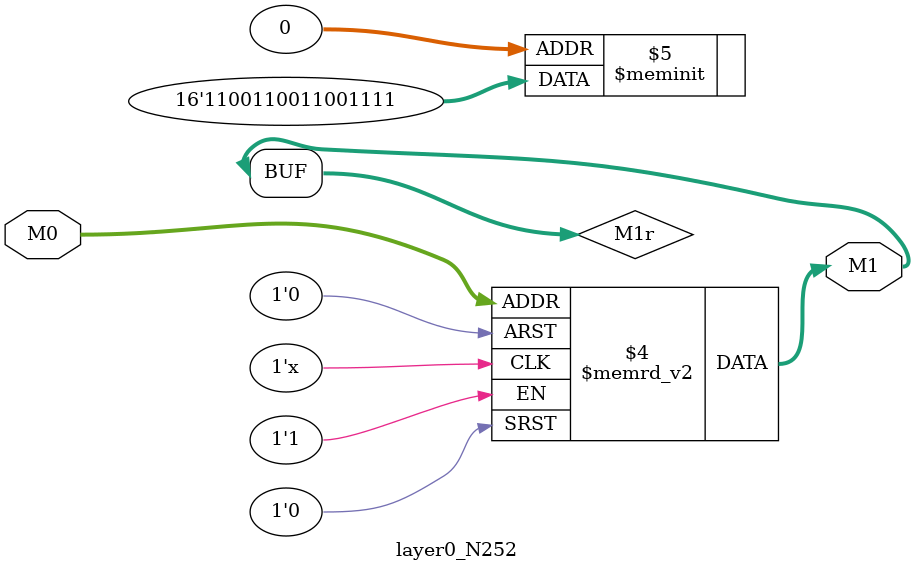
<source format=v>
module layer0_N252 ( input [2:0] M0, output [1:0] M1 );

	(*rom_style = "distributed" *) reg [1:0] M1r;
	assign M1 = M1r;
	always @ (M0) begin
		case (M0)
			3'b000: M1r = 2'b11;
			3'b100: M1r = 2'b00;
			3'b010: M1r = 2'b00;
			3'b110: M1r = 2'b00;
			3'b001: M1r = 2'b11;
			3'b101: M1r = 2'b11;
			3'b011: M1r = 2'b11;
			3'b111: M1r = 2'b11;

		endcase
	end
endmodule

</source>
